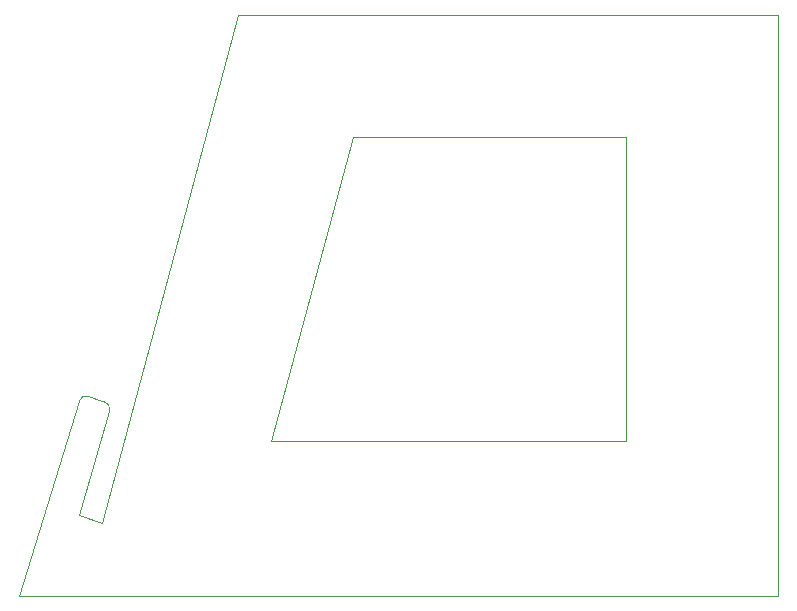
<source format=gbr>
%TF.GenerationSoftware,KiCad,Pcbnew,(6.0.1)*%
%TF.CreationDate,2022-06-05T00:17:46-05:00*%
%TF.ProjectId,Pivot_stand,5069766f-745f-4737-9461-6e642e6b6963,rev?*%
%TF.SameCoordinates,Original*%
%TF.FileFunction,Profile,NP*%
%FSLAX46Y46*%
G04 Gerber Fmt 4.6, Leading zero omitted, Abs format (unit mm)*
G04 Created by KiCad (PCBNEW (6.0.1)) date 2022-06-05 00:17:46*
%MOMM*%
%LPD*%
G01*
G04 APERTURE LIST*
%TA.AperFunction,Profile*%
%ADD10C,0.050000*%
%TD*%
G04 APERTURE END LIST*
D10*
X175818800Y-143408400D02*
X175818800Y-149301200D01*
X119227601Y-133604000D02*
G75*
G03*
X118823883Y-132826782I-558802J203199D01*
G01*
X130149600Y-100076000D02*
X118643400Y-143078200D01*
X118643400Y-143078200D02*
X116687600Y-142392400D01*
X118823883Y-132826782D02*
X117449600Y-132384800D01*
X111607600Y-149301200D02*
X175818800Y-149301200D01*
X175818800Y-143408400D02*
X175818800Y-141579600D01*
X116687600Y-142392400D02*
X119227600Y-133604000D01*
X175818800Y-141579600D02*
X175869600Y-100076000D01*
X132943600Y-136144000D02*
X139903200Y-110388400D01*
X175869600Y-100076000D02*
X130149600Y-100076000D01*
X116672382Y-132788517D02*
X111607600Y-149301200D01*
X139903200Y-110388400D02*
X163017200Y-110388400D01*
X117449600Y-132384799D02*
G75*
G03*
X116672382Y-132788517I-203199J-558802D01*
G01*
X163017200Y-110388400D02*
X163017200Y-136144000D01*
X163017200Y-136144000D02*
X132943600Y-136144000D01*
M02*

</source>
